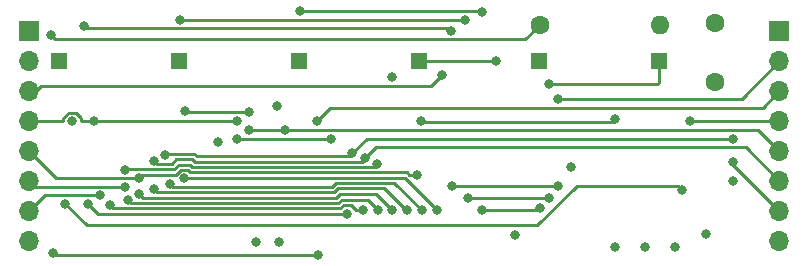
<source format=gbl>
G04 #@! TF.GenerationSoftware,KiCad,Pcbnew,6.0.10-86aedd382b~118~ubuntu20.04.1*
G04 #@! TF.CreationDate,2022-12-28T18:12:39+00:00*
G04 #@! TF.ProjectId,slrm,736c726d-2e6b-4696-9361-645f70636258,rev?*
G04 #@! TF.SameCoordinates,Original*
G04 #@! TF.FileFunction,Copper,L4,Bot*
G04 #@! TF.FilePolarity,Positive*
%FSLAX46Y46*%
G04 Gerber Fmt 4.6, Leading zero omitted, Abs format (unit mm)*
G04 Created by KiCad (PCBNEW 6.0.10-86aedd382b~118~ubuntu20.04.1) date 2022-12-28 18:12:39*
%MOMM*%
%LPD*%
G01*
G04 APERTURE LIST*
G04 #@! TA.AperFunction,ComponentPad*
%ADD10R,1.350000X1.350000*%
G04 #@! TD*
G04 #@! TA.AperFunction,ComponentPad*
%ADD11C,1.600000*%
G04 #@! TD*
G04 #@! TA.AperFunction,ComponentPad*
%ADD12R,1.700000X1.700000*%
G04 #@! TD*
G04 #@! TA.AperFunction,ComponentPad*
%ADD13O,1.700000X1.700000*%
G04 #@! TD*
G04 #@! TA.AperFunction,ComponentPad*
%ADD14O,1.600000X1.600000*%
G04 #@! TD*
G04 #@! TA.AperFunction,ViaPad*
%ADD15C,0.800000*%
G04 #@! TD*
G04 #@! TA.AperFunction,Conductor*
%ADD16C,0.250000*%
G04 #@! TD*
G04 APERTURE END LIST*
D10*
X121920000Y-88900000D03*
X162560000Y-88900000D03*
D11*
X177400000Y-85690000D03*
X177400000Y-90690000D03*
D10*
X142240000Y-88900000D03*
D12*
X119380000Y-86360000D03*
D13*
X119380000Y-88900000D03*
X119380000Y-91440000D03*
X119380000Y-93980000D03*
X119380000Y-96520000D03*
X119380000Y-99060000D03*
X119380000Y-101600000D03*
X119380000Y-104140000D03*
D14*
X172745400Y-85826600D03*
D11*
X162585400Y-85826600D03*
D12*
X182880000Y-86360000D03*
D13*
X182880000Y-88900000D03*
X182880000Y-91440000D03*
X182880000Y-93980000D03*
X182880000Y-96520000D03*
X182880000Y-99060000D03*
X182880000Y-101600000D03*
X182880000Y-104140000D03*
D10*
X132080000Y-88900000D03*
X172720000Y-88900000D03*
X152400000Y-88900000D03*
D15*
X138585685Y-104205946D03*
X176700000Y-103500000D03*
X140350000Y-92650000D03*
X135320000Y-95750000D03*
X179000000Y-99000000D03*
X168930000Y-104600000D03*
X174040000Y-104630000D03*
X150100000Y-90200000D03*
X140500000Y-104200000D03*
X123000000Y-93980000D03*
X165240000Y-97820000D03*
X171480000Y-104630000D03*
X160500000Y-103600000D03*
X121195500Y-86700000D03*
X154300000Y-90100000D03*
X137000000Y-95451000D03*
X144900000Y-95451000D03*
X137000000Y-93980000D03*
X124900000Y-93980000D03*
X128700000Y-98800000D03*
X152200000Y-98500000D03*
X127482600Y-98075500D03*
X148800000Y-97575500D03*
X127500000Y-99524500D03*
X121400000Y-105100000D03*
X125345059Y-100249000D03*
X143800000Y-105300000D03*
X155100000Y-86300000D03*
X124000000Y-85900000D03*
X156300000Y-85400000D03*
X132100000Y-85375500D03*
X157700000Y-84700000D03*
X142300000Y-84675500D03*
X158900000Y-88900000D03*
X162600000Y-101300000D03*
X157700000Y-101500000D03*
X163400000Y-90800000D03*
X156500000Y-100500000D03*
X163400000Y-100500000D03*
X155200000Y-99500000D03*
X164124500Y-99500000D03*
X164124500Y-92100000D03*
X143700000Y-94000000D03*
X175300000Y-94000000D03*
X138000000Y-93192600D03*
X138000000Y-94726500D03*
X132537200Y-93141800D03*
X141000000Y-94726500D03*
X129921000Y-97325500D03*
X147818154Y-97125500D03*
X130885397Y-96875500D03*
X146710400Y-96675500D03*
X179000000Y-97400000D03*
X179000000Y-95450500D03*
X174600000Y-99800000D03*
X122402600Y-100973500D03*
X146300000Y-101800000D03*
X124383800Y-100973500D03*
X126200000Y-101075500D03*
X147600000Y-101500000D03*
X148900000Y-101500000D03*
X127700000Y-100625500D03*
X150100000Y-101500000D03*
X128700000Y-100175500D03*
X129900000Y-99725500D03*
X151400000Y-101500000D03*
X152600000Y-101500000D03*
X131300000Y-99275500D03*
X153900000Y-101500000D03*
X132500000Y-98825500D03*
X168940000Y-93780000D03*
X152560000Y-94001500D03*
D16*
X121520500Y-87025000D02*
X121195500Y-86700000D01*
X161387000Y-87025000D02*
X121520500Y-87025000D01*
X161387000Y-87025000D02*
X162585400Y-85826600D01*
X119960000Y-91440000D02*
X120400000Y-91000000D01*
X154300000Y-90100000D02*
X153400000Y-91000000D01*
X153400000Y-91000000D02*
X120400000Y-91000000D01*
X119380000Y-91440000D02*
X119960000Y-91440000D01*
X123300305Y-93255000D02*
X122699695Y-93255000D01*
X137000000Y-93980000D02*
X124900000Y-93980000D01*
X122275000Y-93980000D02*
X119380000Y-93980000D01*
X144900000Y-95451000D02*
X137000000Y-95451000D01*
X123725000Y-93980000D02*
X123725000Y-93679695D01*
X122275000Y-93679695D02*
X122275000Y-93980000D01*
X122699695Y-93255000D02*
X122275000Y-93679695D01*
X124900000Y-93980000D02*
X123725000Y-93980000D01*
X123725000Y-93679695D02*
X123300305Y-93255000D01*
X132199695Y-98100500D02*
X132800305Y-98100500D01*
X132800305Y-98100500D02*
X132999805Y-98300000D01*
X128700000Y-98800000D02*
X129000000Y-98500000D01*
X151536396Y-98500000D02*
X152200000Y-98500000D01*
X132999805Y-98300000D02*
X151336396Y-98300000D01*
X128700000Y-98800000D02*
X121660000Y-98800000D01*
X129000000Y-98500000D02*
X131800195Y-98500000D01*
X121660000Y-98800000D02*
X119380000Y-96520000D01*
X151336396Y-98300000D02*
X151536396Y-98500000D01*
X131800195Y-98500000D02*
X132199695Y-98100500D01*
X119844500Y-99524500D02*
X119380000Y-99060000D01*
X132986701Y-97650500D02*
X133186201Y-97850000D01*
X131613799Y-98050000D02*
X132013299Y-97650500D01*
X133186201Y-97850000D02*
X148525500Y-97850000D01*
X127482600Y-98075500D02*
X127508100Y-98050000D01*
X127500000Y-99524500D02*
X119844500Y-99524500D01*
X148525500Y-97850000D02*
X148800000Y-97575500D01*
X127508100Y-98050000D02*
X131613799Y-98050000D01*
X132013299Y-97650500D02*
X132986701Y-97650500D01*
X120731000Y-100249000D02*
X119380000Y-101600000D01*
X121600000Y-105300000D02*
X121400000Y-105100000D01*
X125345059Y-100249000D02*
X120731000Y-100249000D01*
X143800000Y-105300000D02*
X121600000Y-105300000D01*
X124200000Y-86100000D02*
X154900000Y-86100000D01*
X124000000Y-85900000D02*
X124200000Y-86100000D01*
X154900000Y-86100000D02*
X155100000Y-86300000D01*
X132100000Y-85375500D02*
X132124500Y-85400000D01*
X132124500Y-85400000D02*
X156300000Y-85400000D01*
X142300500Y-84675000D02*
X142300000Y-84675500D01*
X157700000Y-84700000D02*
X157675000Y-84675000D01*
X157675000Y-84675000D02*
X142300500Y-84675000D01*
X158900000Y-88900000D02*
X152400000Y-88900000D01*
X162400000Y-101500000D02*
X162600000Y-101300000D01*
X157700000Y-101500000D02*
X162400000Y-101500000D01*
X172720000Y-88900000D02*
X172720000Y-90680000D01*
X156500000Y-100500000D02*
X163400000Y-100500000D01*
X172600000Y-90800000D02*
X163400000Y-90800000D01*
X172720000Y-90680000D02*
X172600000Y-90800000D01*
X155200000Y-99500000D02*
X164124500Y-99500000D01*
X164124500Y-92100000D02*
X179680000Y-92100000D01*
X182880000Y-88900000D02*
X179680000Y-92100000D01*
X182880000Y-91440000D02*
X181495000Y-92825000D01*
X144875000Y-92825000D02*
X143700000Y-94000000D01*
X181495000Y-92825000D02*
X144875000Y-92825000D01*
X175320000Y-93980000D02*
X175300000Y-94000000D01*
X182880000Y-93980000D02*
X175320000Y-93980000D01*
X182880000Y-96520000D02*
X181086000Y-94726000D01*
X132555400Y-93160000D02*
X137967400Y-93160000D01*
X141000500Y-94726000D02*
X141000000Y-94726500D01*
X132537200Y-93141800D02*
X132555400Y-93160000D01*
X137967400Y-93160000D02*
X138000000Y-93192600D01*
X181086000Y-94726000D02*
X141000500Y-94726000D01*
X141000000Y-94726500D02*
X138000000Y-94726500D01*
X131427403Y-97600000D02*
X131826903Y-97200500D01*
X133372597Y-97400000D02*
X147543654Y-97400000D01*
X129921000Y-97325500D02*
X130195500Y-97600000D01*
X180020000Y-96200000D02*
X182880000Y-99060000D01*
X147818154Y-97125500D02*
X148743654Y-96200000D01*
X131826903Y-97200500D02*
X133173097Y-97200500D01*
X148743654Y-96200000D02*
X180020000Y-96200000D01*
X133173097Y-97200500D02*
X133372597Y-97400000D01*
X130195500Y-97600000D02*
X131427403Y-97600000D01*
X147543654Y-97400000D02*
X147818154Y-97125500D01*
X147935400Y-95450500D02*
X179000000Y-95450500D01*
X146435900Y-96950000D02*
X146710400Y-96675500D01*
X131010397Y-96750500D02*
X133359493Y-96750500D01*
X146710400Y-96675500D02*
X147935400Y-95450500D01*
X130885397Y-96875500D02*
X131010397Y-96750500D01*
X182880000Y-101600000D02*
X179000000Y-97720000D01*
X133558993Y-96950000D02*
X146435900Y-96950000D01*
X133359493Y-96750500D02*
X133558993Y-96950000D01*
X179000000Y-97720000D02*
X179000000Y-97400000D01*
X124229100Y-102800000D02*
X162400000Y-102800000D01*
X122402600Y-100973500D02*
X124229100Y-102800000D01*
X165725000Y-99475000D02*
X174275000Y-99475000D01*
X174275000Y-99475000D02*
X174600000Y-99800000D01*
X162400000Y-102800000D02*
X165725000Y-99475000D01*
X124383800Y-100973500D02*
X125210300Y-101800000D01*
X125210300Y-101800000D02*
X146300000Y-101800000D01*
X145999695Y-101075000D02*
X145724695Y-101350000D01*
X145724695Y-101350000D02*
X126474500Y-101350000D01*
X147025000Y-101500000D02*
X147025000Y-101499695D01*
X146600305Y-101075000D02*
X145999695Y-101075000D01*
X126474500Y-101350000D02*
X126200000Y-101075500D01*
X147025000Y-101499695D02*
X146600305Y-101075000D01*
X147600000Y-101500000D02*
X147025000Y-101500000D01*
X127974500Y-100900000D02*
X127700000Y-100625500D01*
X145813299Y-100625000D02*
X145538299Y-100900000D01*
X145538299Y-100900000D02*
X127974500Y-100900000D01*
X148900000Y-101500000D02*
X148025000Y-100625000D01*
X148025000Y-100625000D02*
X145813299Y-100625000D01*
X145351903Y-100450000D02*
X128974500Y-100450000D01*
X145701903Y-100100000D02*
X145351903Y-100450000D01*
X148700000Y-100100000D02*
X145701903Y-100100000D01*
X150100000Y-101500000D02*
X148700000Y-100100000D01*
X128974500Y-100450000D02*
X128700000Y-100175500D01*
X129900000Y-99725500D02*
X130174500Y-100000000D01*
X130174500Y-100000000D02*
X145165507Y-100000000D01*
X149450000Y-99650000D02*
X151300000Y-101500000D01*
X151300000Y-101500000D02*
X151400000Y-101500000D01*
X145515507Y-99650000D02*
X149450000Y-99650000D01*
X145165507Y-100000000D02*
X145515507Y-99650000D01*
X144979111Y-99550000D02*
X145329111Y-99200000D01*
X131574500Y-99550000D02*
X144979111Y-99550000D01*
X131300000Y-99275500D02*
X131574500Y-99550000D01*
X150300000Y-99200000D02*
X152600000Y-101500000D01*
X145329111Y-99200000D02*
X150300000Y-99200000D01*
X151150000Y-98750000D02*
X153900000Y-101500000D01*
X132575500Y-98750000D02*
X151150000Y-98750000D01*
X132500000Y-98825500D02*
X132575500Y-98750000D01*
X152578500Y-94020000D02*
X168700000Y-94020000D01*
X168700000Y-94020000D02*
X168940000Y-93780000D01*
X152560000Y-94001500D02*
X152578500Y-94020000D01*
M02*

</source>
